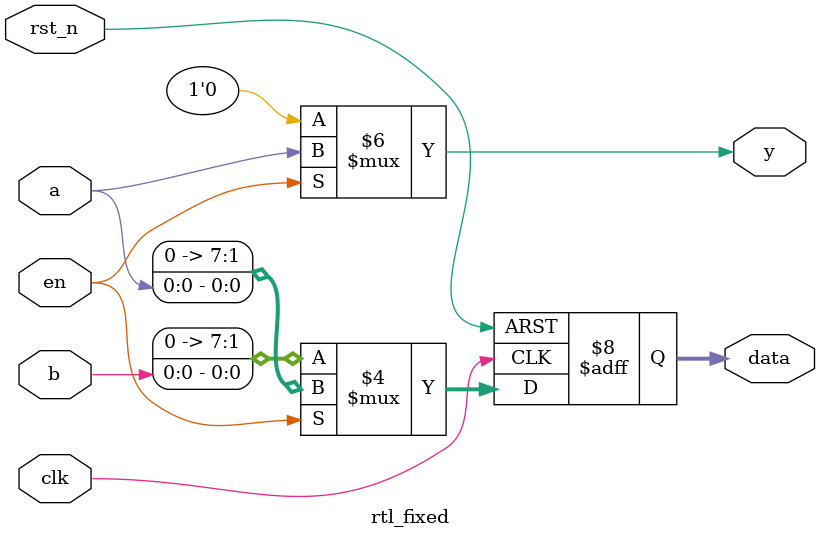
<source format=v>
`timescale 1ns / 1ps


module rtl_fixed(
    input        clk,
    input        rst_n,
    input        en,
    input        a,
    input        b,
    output reg   y,
    output reg [7:0] data
);

    // COMBINATIONAL - NO LATCH
    always @(*) 
        begin
            y = 1'b0;
            if (en)
                y = a;
        end
    
    // SINGLE DRIVER + WIDTH CLEAN
    always @(posedge clk or negedge rst_n) 
        begin
            if (!rst_n)
                data <= 8'b0;
            else
                data <= en ? {7'b0, a} : {7'b0, b};
        end
endmodule

</source>
